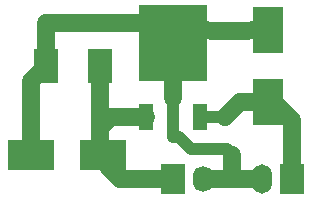
<source format=gbr>
G04 #@! TF.GenerationSoftware,KiCad,Pcbnew,(5.1.5)-3*
G04 #@! TF.CreationDate,2020-04-05T21:04:07+03:00*
G04 #@! TF.ProjectId,5V_DV,35565f44-562e-46b6-9963-61645f706362,V2.0*
G04 #@! TF.SameCoordinates,Original*
G04 #@! TF.FileFunction,Copper,L1,Top*
G04 #@! TF.FilePolarity,Positive*
%FSLAX46Y46*%
G04 Gerber Fmt 4.6, Leading zero omitted, Abs format (unit mm)*
G04 Created by KiCad (PCBNEW (5.1.5)-3) date 2020-04-05 21:04:07*
%MOMM*%
%LPD*%
G04 APERTURE LIST*
%ADD10R,4.000000X2.500000*%
%ADD11R,1.200000X2.200000*%
%ADD12R,5.800000X6.400000*%
%ADD13R,2.750000X3.050000*%
%ADD14R,2.000000X2.500000*%
%ADD15O,1.700000X2.500000*%
%ADD16O,1.700000X2.200000*%
%ADD17R,2.000000X3.000000*%
%ADD18R,2.500000X4.000000*%
%ADD19C,1.500000*%
%ADD20C,1.000000*%
G04 APERTURE END LIST*
D10*
X145550000Y-93000000D03*
X139450000Y-93000000D03*
D11*
X149220000Y-89800000D03*
X153780000Y-89800000D03*
D12*
X151500000Y-83500000D03*
D13*
X153025000Y-81825000D03*
X149975000Y-85175000D03*
X149975000Y-81825000D03*
X153025000Y-85175000D03*
D14*
X161540000Y-95000000D03*
D15*
X159000000Y-95000000D03*
D14*
X151500000Y-95000000D03*
D16*
X154040000Y-95000000D03*
D17*
X145325000Y-85500000D03*
X140675000Y-85500000D03*
D18*
X159500000Y-88550000D03*
X159500000Y-82450000D03*
D19*
X145325000Y-90275000D02*
X145550000Y-90500000D01*
X145325000Y-92775000D02*
X145550000Y-93000000D01*
X145325000Y-90675000D02*
X145325000Y-92775000D01*
X146200000Y-89800000D02*
X149220000Y-89800000D01*
X145325000Y-90675000D02*
X146200000Y-89800000D01*
X145325000Y-85500000D02*
X145325000Y-90675000D01*
X151500000Y-95000000D02*
X151500000Y-95000000D01*
X145550000Y-93000000D02*
X145550000Y-93550000D01*
X147000000Y-95000000D02*
X149150000Y-95000000D01*
X145550000Y-93550000D02*
X147000000Y-95000000D01*
X151500000Y-95000000D02*
X149150000Y-95000000D01*
X139450000Y-86725000D02*
X140675000Y-85500000D01*
X139450000Y-93000000D02*
X139450000Y-86725000D01*
X140675000Y-85500000D02*
X140675000Y-81825000D01*
X140675000Y-81825000D02*
X149975000Y-81825000D01*
X152550000Y-82450000D02*
X151500000Y-83500000D01*
X156500000Y-95000000D02*
X156500000Y-93000000D01*
X156500000Y-95000000D02*
X154040000Y-95000000D01*
X159000000Y-95000000D02*
X156500000Y-95000000D01*
X159500000Y-82450000D02*
X156500000Y-82500000D01*
X156500000Y-82500000D02*
X152550000Y-82450000D01*
X151500000Y-83500000D02*
X151500000Y-88200000D01*
D20*
X151500000Y-88200000D02*
X151500000Y-91500000D01*
X151500000Y-91500000D02*
X152000000Y-91500000D01*
X152000000Y-91500000D02*
X153000000Y-92500000D01*
X156000000Y-92500000D02*
X156500000Y-93000000D01*
X153000000Y-92500000D02*
X156000000Y-92500000D01*
D19*
X159500000Y-88550000D02*
X160050000Y-88550000D01*
X161540000Y-90040000D02*
X161540000Y-95000000D01*
X160050000Y-88550000D02*
X161540000Y-90040000D01*
X155880000Y-89800000D02*
X157180000Y-88500000D01*
D20*
X153780000Y-89800000D02*
X155880000Y-89800000D01*
D19*
X159450000Y-88500000D02*
X159500000Y-88550000D01*
X157180000Y-88500000D02*
X159450000Y-88500000D01*
M02*

</source>
